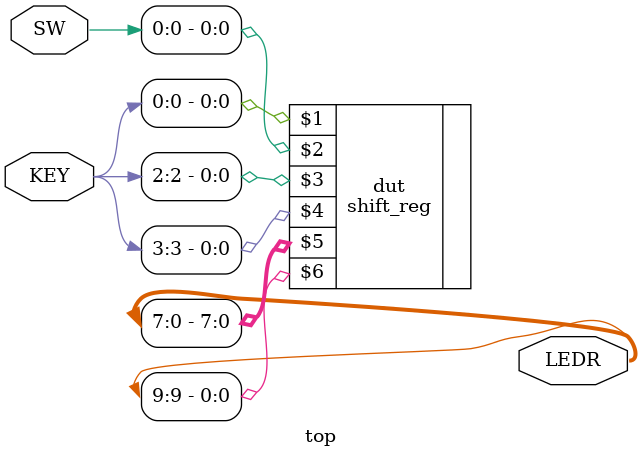
<source format=v>
module top (SW, KEY, LEDR);

    input wire [9:0] SW;        // DE-series switches
    input wire [3:0] KEY;       // DE-series pushbuttons

    output wire [9:0] LEDR;     // DE-series LEDs   

    shift_reg dut (KEY[0], SW[0], KEY[2], KEY[3], LEDR[7:0], LEDR[9]);
 
endmodule


</source>
